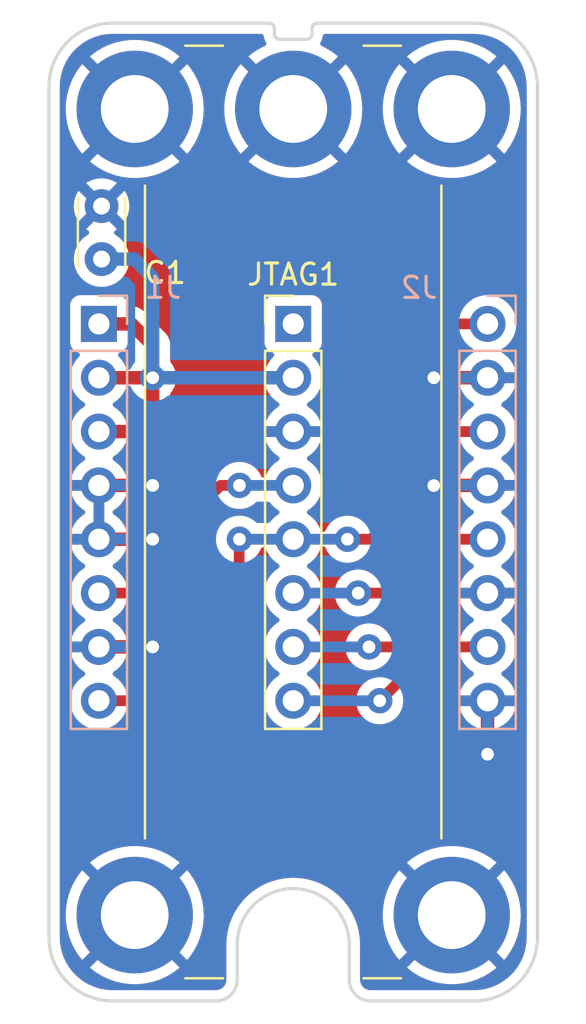
<source format=kicad_pcb>
(kicad_pcb (version 20211014) (generator pcbnew)
  (title_block (title "JTAG_ISP / HDR") (date "2022-03-18") (rev "v4.2.0"))
  (layers (0 "F.Cu" signal) (31 "B.Cu" signal) (34 "B.Paste" user) (35 "F.Paste" user) (36 "B.SilkS" user "B.Silkscreen") (37 "F.SilkS" user "F.Silkscreen") (38 "B.Mask" user) (39 "F.Mask" user) (44 "Edge.Cuts" user))
  (net 0 "")
  (net 1 "+5V")
  (net 2 "GND")
  (net 3 "Net-(J1-Pad6)")
  (net 4 "Net-(J1-Pad8)")
  (net 5 "Net-(J2-Pad3)")
  (net 6 "Net-(J2-Pad5)")
  (net 7 "Net-(J2-Pad7)")
  (footprint "THOMAS_library:Fleche_small" (layer "F.Cu") (at 160.212024 75.042573)
    (fp_text reference "REF**" hide)
    (fp_text value "Fleche_small" hide)
    (fp_line (start -1.224998 0.354995) (end 0.012998 0.943005) (layer "F.Cu") (width 0.508))
    (fp_line (start 0.012998 -0.233005) (end -1.225007 0.354995) (layer "F.Cu") (width 0.508))
    (fp_line (start -0.07 -0.12) (end -0.51 0.54) (layer "F.Cu") (width 0.508))
    (fp_line (start 0.012998 -0.233005) (end 0.012998 0.943005) (layer "F.Cu") (width 0.508))
  )
  (footprint "MountingHole:MountingHole_3.2mm_M3_ISO14580_Pad" (layer "F.Cu") (at 156.361001 65.36358)
    (fp_text reference "REF**" hide)
    (fp_text value "MountingHole_3.2mm_M3_ISO14580_Pad" hide)
    (pad "1" thru_hole circle locked (at 0 0) (size 5.499999 5.499999) (drill 3.200001) (layers *.Cu *.Mask) (net 2 "GND"))
  )
  (footprint "Capacitor_THT:C_Disc_D3.0mm_W2.0mm_P2.50mm" (layer "F.Cu") (at 147.306012 72.447568 90)
    (fp_text reference "C1" (at -0.65 3) (layer "F.SilkS"))
    (fp_text value "100nF")
    (fp_line (start -0.37 -1.12) (end 2.87 -1.12) (layer "F.SilkS") (width 0.12))
    (fp_line (start -0.37 1.12) (end 2.87 1.12) (layer "F.SilkS") (width 0.12))
    (fp_line (start -0.37 -1.12) (end -0.37 -1.055) (layer "F.SilkS") (width 0.12))
    (fp_line (start 2.87 1.055) (end 2.87 1.12) (layer "F.SilkS") (width 0.12))
    (fp_line (start 2.87 -1.12) (end 2.87 -1.055) (layer "F.SilkS") (width 0.12))
    (fp_line (start -0.37 1.055) (end -0.37 1.12) (layer "F.SilkS") (width 0.12))
    (pad "1" thru_hole circle locked (at 0 0 90) (size 1.6 1.6) (drill 0.8) (layers *.Cu *.Mask) (net 1 "+5V"))
    (pad "2" thru_hole circle locked (at 2.5 0 90) (size 1.6 1.6) (drill 0.8) (layers *.Cu *.Mask) (net 2 "GND"))
  )
  (footprint "MountingHole:MountingHole_3.2mm_M3_ISO14580_Pad" (layer "F.Cu") (at 163.85 103.4)
    (fp_text reference "REF**" hide)
    (fp_text value "MountingHole_3.2mm_M3_ISO14580_Pad" hide)
    (pad "1" thru_hole circle locked (at 0 0) (size 5.499999 5.499999) (drill 3.200001) (layers *.Cu *.Mask) (net 2 "GND"))
  )
  (footprint "MountingHole:MountingHole_3.2mm_M3_ISO14580_Pad" (layer "F.Cu") (at 148.872002 103.4)
    (fp_text reference "REF**" hide)
    (fp_text value "MountingHole_3.2mm_M3_ISO14580_Pad" hide)
    (pad "1" thru_hole circle locked (at 0 0) (size 5.499999 5.499999) (drill 3.200001) (layers *.Cu *.Mask) (net 2 "GND"))
  )
  (footprint "THOMAS_library:PicKit4-2" (layer "F.Cu") (at 156.361003 75.505767)
    (fp_text reference "JTAG1" (at 0 -2.33) (layer "F.SilkS"))
    (fp_text value "PICkit4")
    (fp_line (start -3.321065 -13.125) (end -5.095001 -13.125) (layer "F.SilkS") (width 0.12))
    (fp_line (start -1.33 -1.33) (end 0 -1.33) (layer "F.SilkS") (width 0.12))
    (fp_line (start 5.095001 30.874995) (end 3.321065 30.874995) (layer "F.SilkS") (width 0.12))
    (fp_line (start 5.095001 -13.125) (end 3.321065 -13.125) (layer "F.SilkS") (width 0.12))
    (fp_line (start -7.004065 -6.521) (end -7.004065 24.270995) (layer "F.SilkS") (width 0.12))
    (fp_line (start -1.33 19.11) (end 1.33 19.11) (layer "F.SilkS") (width 0.12))
    (fp_line (start 1.33 1.27) (end 1.33 19.11) (layer "F.SilkS") (width 0.12))
    (fp_line (start -1.33 1.27) (end -1.33 19.11) (layer "F.SilkS") (width 0.12))
    (fp_line (start -3.321065 30.874995) (end -5.095001 30.874995) (layer "F.SilkS") (width 0.12))
    (fp_line (start -1.33 0) (end -1.33 -1.33) (layer "F.SilkS") (width 0.12))
    (fp_line (start 7.000001 -6.521) (end 7.000001 24.270995) (layer "F.SilkS") (width 0.12))
    (fp_line (start -1.33 1.27) (end 1.33 1.27) (layer "F.SilkS") (width 0.12))
    (pad "1" thru_hole rect locked (at 0 0) (size 1.7 1.7) (drill 1) (layers *.Cu *.Mask))
    (pad "2" thru_hole oval locked (at 0 2.54) (size 1.7 1.7) (drill 1) (layers *.Cu *.Mask) (net 1 "+5V"))
    (pad "3" thru_hole oval locked (at 0 5.08) (size 1.7 1.7) (drill 1) (layers *.Cu *.Mask) (net 2 "GND"))
    (pad "4" thru_hole oval locked (at 0 7.62) (size 1.7 1.7) (drill 1) (layers *.Cu *.Mask) (net 3 "Net-(J1-Pad6)"))
    (pad "5" thru_hole oval locked (at 0 10.16) (size 1.7 1.7) (drill 1) (layers *.Cu *.Mask) (net 4 "Net-(J1-Pad8)"))
    (pad "6" thru_hole oval locked (at 0 12.7) (size 1.7 1.7) (drill 1) (layers *.Cu *.Mask) (net 5 "Net-(J2-Pad3)"))
    (pad "7" thru_hole oval locked (at 0 15.24) (size 1.7 1.7) (drill 1) (layers *.Cu *.Mask) (net 6 "Net-(J2-Pad5)"))
    (pad "8" thru_hole oval locked (at 0 17.78) (size 1.7 1.7) (drill 1) (layers *.Cu *.Mask) (net 7 "Net-(J2-Pad7)"))
  )
  (footprint "MountingHole:MountingHole_3.2mm_M3_ISO14580_Pad" (layer "F.Cu") (at 148.872002 65.36358)
    (fp_text reference "REF**" hide)
    (fp_text value "MountingHole_3.2mm_M3_ISO14580_Pad" hide)
    (pad "1" thru_hole circle locked (at 0 0) (size 5.499999 5.499999) (drill 3.200001) (layers *.Cu *.Mask) (net 2 "GND"))
  )
  (footprint "MountingHole:MountingHole_3.2mm_M3_ISO14580_Pad" (layer "F.Cu") (at 163.85 65.36358)
    (fp_text reference "REF**" hide)
    (fp_text value "MountingHole_3.2mm_M3_ISO14580_Pad" hide)
    (pad "1" thru_hole circle locked (at 0 0) (size 5.499999 5.499999) (drill 3.200001) (layers *.Cu *.Mask) (net 2 "GND"))
  )
  (footprint "Connector_PinHeader_2.54mm:PinHeader_1x08_P2.54mm_Vertical" (layer "B.Cu") (at 165.542001 75.50576 180)
    (fp_text reference "J2" (at 3.235989 1.708192) (layer "B.SilkS") (effects (justify mirror)))
    (fp_text value "Conn_01x08")
    (fp_line (start 1.33 -1.27) (end 1.33 -19.11) (layer "B.SilkS") (width 0.12))
    (fp_line (start -1.33 -1.27) (end 1.33 -1.27) (layer "B.SilkS") (width 0.12))
    (fp_line (start -1.33 -19.11) (end 1.33 -19.11) (layer "B.SilkS") (width 0.12))
    (fp_line (start -1.33 -1.27) (end -1.33 -19.11) (layer "B.SilkS") (width 0.12))
    (fp_line (start -1.33 1.33) (end 0 1.33) (layer "B.SilkS") (width 0.12))
    (fp_line (start -1.33 0) (end -1.33 1.33) (layer "B.SilkS") (width 0.12))
    (pad "1" thru_hole circle locked (at 0 0 180) (size 1.7 1.7) (drill 1) (layers *.Cu *.Mask) (net 4 "Net-(J1-Pad8)"))
    (pad "2" thru_hole oval locked (at 0 -2.54 180) (size 1.7 1.7) (drill 1) (layers *.Cu *.Mask) (net 2 "GND"))
    (pad "3" thru_hole oval locked (at 0 -5.08 180) (size 1.7 1.7) (drill 1) (layers *.Cu *.Mask) (net 5 "Net-(J2-Pad3)"))
    (pad "4" thru_hole oval locked (at 0 -7.62 180) (size 1.7 1.7) (drill 1) (layers *.Cu *.Mask) (net 2 "GND"))
    (pad "5" thru_hole oval locked (at 0 -10.16 180) (size 1.7 1.7) (drill 1) (layers *.Cu *.Mask) (net 6 "Net-(J2-Pad5)"))
    (pad "6" thru_hole oval locked (at 0 -12.7 180) (size 1.7 1.7) (drill 1) (layers *.Cu *.Mask) (net 2 "GND"))
    (pad "7" thru_hole oval locked (at 0 -15.24 180) (size 1.7 1.7) (drill 1) (layers *.Cu *.Mask) (net 7 "Net-(J2-Pad7)"))
    (pad "8" thru_hole oval locked (at 0 -17.78 180) (size 1.7 1.7) (drill 1) (layers *.Cu *.Mask) (net 2 "GND"))
  )
  (footprint "Connector_PinHeader_2.54mm:PinHeader_1x08_P2.54mm_Vertical" (layer "B.Cu") (at 147.180001 75.50576 180)
    (fp_text reference "J1" (at -3.026011 1.708192) (layer "B.SilkS") (effects (justify mirror)))
    (fp_text value "Conn_01x08")
    (fp_line (start -1.33 1.33) (end 0 1.33) (layer "B.SilkS") (width 0.12))
    (fp_line (start 1.33 -1.27) (end 1.33 -19.11) (layer "B.SilkS") (width 0.12))
    (fp_line (start -1.33 -1.27) (end 1.33 -1.27) (layer "B.SilkS") (width 0.12))
    (fp_line (start -1.33 -1.27) (end -1.33 -19.11) (layer "B.SilkS") (width 0.12))
    (fp_line (start -1.33 -19.11) (end 1.33 -19.11) (layer "B.SilkS") (width 0.12))
    (fp_line (start -1.33 0) (end -1.33 1.33) (layer "B.SilkS") (width 0.12))
    (pad "1" thru_hole rect locked (at 0 0 180) (size 1.7 1.7) (drill 1) (layers *.Cu *.Mask) (net 1 "+5V"))
    (pad "2" thru_hole oval locked (at 0 -2.54 180) (size 1.7 1.7) (drill 1) (layers *.Cu *.Mask) (net 1 "+5V"))
    (pad "3" thru_hole oval locked (at 0 -5.08 180) (size 1.7 1.7) (drill 1) (layers *.Cu *.Mask) (net 1 "+5V"))
    (pad "4" thru_hole oval locked (at 0 -7.62 180) (size 1.7 1.7) (drill 1) (layers *.Cu *.Mask) (net 2 "GND"))
    (pad "5" thru_hole oval locked (at 0 -10.16 180) (size 1.7 1.7) (drill 1) (layers *.Cu *.Mask) (net 2 "GND"))
    (pad "6" thru_hole oval locked (at 0 -12.7 180) (size 1.7 1.7) (drill 1) (layers *.Cu *.Mask) (net 3 "Net-(J1-Pad6)"))
    (pad "7" thru_hole oval locked (at 0 -15.24 180) (size 1.7 1.7) (drill 1) (layers *.Cu *.Mask) (net 2 "GND"))
    (pad "8" thru_hole oval locked (at 0 -17.78 180) (size 1.7 1.7) (drill 1) (layers *.Cu *.Mask) (net 4 "Net-(J1-Pad8)"))
  )
  (gr_line (start 155.221994 61.31358) (end 147.822002 61.31358) (layer "Edge.Cuts") (width 0.15))
  (gr_arc (start 157.250012 61.825591) (mid 157.176789 62.002368) (end 157.000012 62.075591) (layer "Edge.Cuts") (width 0.15))
  (gr_line (start 153.710992 104.800011) (end 153.710992 106.45) (layer "Edge.Cuts") (width 0.15))
  (gr_arc (start 167.9 104.45) (mid 167.02132 106.57132) (end 164.9 107.45) (layer "Edge.Cuts") (width 0.15))
  (gr_line (start 157.250012 61.825591) (end 157.250012 61.563591) (layer "Edge.Cuts") (width 0.15))
  (gr_line (start 164.900009 61.313591) (end 157.500012 61.313591) (layer "Edge.Cuts") (width 0.15))
  (gr_line (start 164.899997 107.45) (end 160.010981 107.45) (layer "Edge.Cuts") (width 0.15))
  (gr_arc (start 153.710992 104.800011) (mid 154.487159 102.926178) (end 156.360992 102.150011) (layer "Edge.Cuts") (width 0.15))
  (gr_line (start 167.9 104.45) (end 167.9 64.31358) (layer "Edge.Cuts") (width 0.15))
  (gr_arc (start 144.822002 64.31358) (mid 145.700682 62.19226) (end 147.822002 61.31358) (layer "Edge.Cuts") (width 0.15))
  (gr_arc (start 156.360981 102.150011) (mid 158.234814 102.926178) (end 159.010981 104.800011) (layer "Edge.Cuts") (width 0.15))
  (gr_arc (start 164.9 61.31358) (mid 167.02132 62.19226) (end 167.9 64.31358) (layer "Edge.Cuts") (width 0.15))
  (gr_line (start 159.010981 106.45) (end 159.010981 104.800011) (layer "Edge.Cuts") (width 0.15))
  (gr_line (start 152.710992 107.45) (end 147.822002 107.45) (layer "Edge.Cuts") (width 0.15))
  (gr_arc (start 155.221994 61.31358) (mid 155.398772 61.386804) (end 155.471995 61.563583) (layer "Edge.Cuts") (width 0.15))
  (gr_arc (start 160.010981 107.45) (mid 159.303874 107.157107) (end 159.010981 106.45) (layer "Edge.Cuts") (width 0.15))
  (gr_arc (start 153.710992 106.45) (mid 153.418099 107.157107) (end 152.710992 107.45) (layer "Edge.Cuts") (width 0.15))
  (gr_arc (start 155.721989 62.075591) (mid 155.545212 62.002367) (end 155.47199 61.825588) (layer "Edge.Cuts") (width 0.15))
  (gr_arc (start 157.250012 61.563591) (mid 157.323235 61.386814) (end 157.500012 61.313591) (layer "Edge.Cuts") (width 0.15))
  (gr_arc (start 147.822002 107.45) (mid 145.700682 106.57132) (end 144.822002 104.45) (layer "Edge.Cuts") (width 0.15))
  (gr_line (start 157.000012 62.075591) (end 155.721989 62.075591) (layer "Edge.Cuts") (width 0.15))
  (gr_line (start 144.822002 64.31358) (end 144.822002 104.45) (layer "Edge.Cuts") (width 0.15))
  (gr_line (start 155.471989 61.825587) (end 155.471994 61.563584) (layer "Edge.Cuts") (width 0.15))
  (gr_text "T.D.\n2022-03-18" (at 156.306012 98.197568) (layer "F.Cu") (effects (font (size 1.143 1.143) (thickness 0.1905))))
  (segment (start 147.180001 80.58576) (end 148.61782 80.58576) (width 0.635) (layer "F.Cu") (net 1))
  (segment (start 149.719995 76.511551) (end 149.719995 78.045767) (width 0.635) (layer "F.Cu") (net 1))
  (segment (start 147.180001 75.50576) (end 148.714204 75.50576) (width 0.635) (layer "F.Cu") (net 1))
  (segment (start 147.180001 78.04576) (end 149.719988 78.04576) (width 0.635) (layer "F.Cu") (net 1))
  (segment (start 149.719988 78.04576) (end 149.719995 78.045767) (width 0.635) (layer "F.Cu") (net 1))
  (segment (start 148.714204 75.50576) (end 149.719995 76.511551) (width 0.635) (layer "F.Cu") (net 1))
  (segment (start 148.61782 80.58576) (end 149.719995 79.483585) (width 0.635) (layer "F.Cu") (net 1))
  (segment (start 149.719995 79.483585) (end 149.719995 78.045767) (width 0.635) (layer "F.Cu") (net 1))
  (via (at 149.719995 78.045767) (size 1.2) (drill 0.6) (layers "F.Cu" "B.Cu") (net 1))
  (segment (start 147.306012 72.447568) (end 148.856012 72.447568) (width 0.635) (layer "B.Cu") (net 1))
  (segment (start 149.719995 73.311551) (end 149.719995 78.045767) (width 0.635) (layer "B.Cu") (net 1))
  (segment (start 156.361003 78.045767) (end 149.719995 78.045767) (width 0.635) (layer "B.Cu") (net 1))
  (segment (start 148.856012 72.447568) (end 149.719995 73.311551) (width 0.635) (layer "B.Cu") (net 1))
  (segment (start 147.180001 83.12576) (end 149.719988 83.12576) (width 0.635) (layer "F.Cu") (net 2))
  (segment (start 149.719988 90.74576) (end 149.719995 90.745767) (width 0.635) (layer "F.Cu") (net 2))
  (segment (start 163.002011 78.045767) (end 165.541994 78.045767) (width 0.635) (layer "F.Cu") (net 2))
  (segment (start 149.719988 85.66576) (end 149.719995 85.665767) (width 0.635) (layer "F.Cu") (net 2))
  (segment (start 165.542001 95.807596) (end 165.542011 95.807606) (width 0.635) (layer "F.Cu") (net 2))
  (segment (start 165.541994 78.045767) (end 165.542001 78.04576) (width 0.635) (layer "F.Cu") (net 2))
  (segment (start 149.719988 83.12576) (end 149.719995 83.125767) (width 0.635) (layer "F.Cu") (net 2))
  (segment (start 165.542001 93.28576) (end 165.542001 95.807596) (width 0.635) (layer "F.Cu") (net 2))
  (segment (start 147.180001 90.74576) (end 149.719988 90.74576) (width 0.635) (layer "F.Cu") (net 2))
  (segment (start 165.542001 83.12576) (end 163.009621 83.12576) (width 0.635) (layer "F.Cu") (net 2))
  (segment (start 163.009621 83.12576) (end 163.002011 83.13337) (width 0.635) (layer "F.Cu") (net 2))
  (segment (start 147.180001 85.66576) (end 149.719988 85.66576) (width 0.635) (layer "F.Cu") (net 2))
  (via (at 165.542011 95.807606) (size 1.2) (drill 0.6) (layers "F.Cu" "B.Cu") (net 2))
  (via (at 163.002011 83.13337) (size 1.2) (drill 0.6) (layers "F.Cu" "B.Cu") (net 2))
  (via (at 149.719995 90.745767) (size 1.2) (drill 0.6) (layers "F.Cu" "B.Cu") (net 2))
  (via (at 163.002011 78.045767) (size 1.2) (drill 0.6) (layers "F.Cu" "B.Cu") (net 2))
  (via (at 149.719995 83.125767) (size 1.2) (drill 0.6) (layers "F.Cu" "B.Cu") (net 2))
  (via (at 149.719995 85.665767) (size 1.2) (drill 0.6) (layers "F.Cu" "B.Cu") (net 2))
  (segment (start 152.206012 83.847568) (end 152.927813 83.125767) (width 0.508) (layer "F.Cu") (net 3))
  (segment (start 151.19782 88.20576) (end 152.206012 87.197568) (width 0.508) (layer "F.Cu") (net 3))
  (segment (start 152.927813 83.125767) (end 153.821003 83.125767) (width 0.508) (layer "F.Cu") (net 3))
  (segment (start 147.180001 88.20576) (end 151.19782 88.20576) (width 0.508) (layer "F.Cu") (net 3))
  (segment (start 152.206012 87.197568) (end 152.206012 83.847568) (width 0.508) (layer "F.Cu") (net 3))
  (via (at 153.821003 83.125767) (size 1.2) (drill 0.6) (layers "F.Cu" "B.Cu") (net 3))
  (segment (start 153.82101 83.12576) (end 153.821003 83.125767) (width 0.508) (layer "B.Cu") (net 3))
  (segment (start 156.361001 83.12576) (end 153.82101 83.12576) (width 0.508) (layer "B.Cu") (net 3))
  (segment (start 160.490492 85.213088) (end 160.490492 78.313088) (width 0.508) (layer "F.Cu") (net 4))
  (segment (start 163.29782 75.50576) (end 165.542001 75.50576) (width 0.508) (layer "F.Cu") (net 4))
  (segment (start 158.923761 85.665767) (end 160.037813 85.665767) (width 0.508) (layer "F.Cu") (net 4))
  (segment (start 147.180001 93.28576) (end 152.91782 93.28576) (width 0.508) (layer "F.Cu") (net 4))
  (segment (start 152.91782 93.28576) (end 153.806012 92.397568) (width 0.508) (layer "F.Cu") (net 4))
  (segment (start 160.490492 78.313088) (end 163.29782 75.50576) (width 0.508) (layer "F.Cu") (net 4))
  (segment (start 160.037813 85.665767) (end 160.490492 85.213088) (width 0.508) (layer "F.Cu") (net 4))
  (segment (start 153.806012 92.397568) (end 153.806012 85.66576) (width 0.508) (layer "F.Cu") (net 4))
  (via (at 153.821003 85.665767) (size 1.2) (drill 0.6) (layers "F.Cu" "B.Cu") (net 4))
  (via (at 158.923761 85.665767) (size 1.2) (drill 0.6) (layers "F.Cu" "B.Cu") (net 4))
  (segment (start 158.923761 85.665767) (end 158.923754 85.66576) (width 0.508) (layer "B.Cu") (net 4))
  (segment (start 153.82101 85.66576) (end 153.821003 85.665767) (width 0.508) (layer "B.Cu") (net 4))
  (segment (start 158.923754 85.66576) (end 153.82101 85.66576) (width 0.508) (layer "B.Cu") (net 4))
  (segment (start 161.490492 85.976926) (end 161.490492 87.513088) (width 0.508) (layer "F.Cu") (net 5))
  (segment (start 160.797813 88.205767) (end 159.431761 88.205767) (width 0.508) (layer "F.Cu") (net 5))
  (segment (start 161.506012 81.397568) (end 161.506012 85.961406) (width 0.508) (layer "F.Cu") (net 5))
  (segment (start 162.31782 80.58576) (end 161.506012 81.397568) (width 0.508) (layer "F.Cu") (net 5))
  (segment (start 161.490492 87.513088) (end 160.797813 88.205767) (width 0.508) (layer "F.Cu") (net 5))
  (segment (start 165.542001 80.58576) (end 162.31782 80.58576) (width 0.508) (layer "F.Cu") (net 5))
  (segment (start 161.506012 85.961406) (end 161.490492 85.976926) (width 0.508) (layer "F.Cu") (net 5))
  (via (at 159.431761 88.205767) (size 1.2) (drill 0.6) (layers "F.Cu" "B.Cu") (net 5))
  (segment (start 156.361001 88.20576) (end 159.431754 88.20576) (width 0.508) (layer "B.Cu") (net 5))
  (segment (start 159.431754 88.20576) (end 159.431761 88.205767) (width 0.508) (layer "B.Cu") (net 5))
  (segment (start 162.506012 86.397568) (end 163.23782 85.66576) (width 0.508) (layer "F.Cu") (net 6))
  (segment (start 160.447762 90.74576) (end 161.55782 90.74576) (width 0.508) (layer "F.Cu") (net 6))
  (segment (start 161.55782 90.74576) (end 162.506012 89.797568) (width 0.508) (layer "F.Cu") (net 6))
  (segment (start 162.506012 89.797568) (end 162.506012 86.397568) (width 0.508) (layer "F.Cu") (net 6))
  (segment (start 163.23782 85.66576) (end 165.542001 85.66576) (width 0.508) (layer "F.Cu") (net 6))
  (via (at 159.939761 90.745767) (size 1.2) (drill 0.6) (layers "F.Cu" "B.Cu") (net 6))
  (segment (start 159.939754 90.74576) (end 159.939761 90.745767) (width 0.508) (layer "B.Cu") (net 6))
  (segment (start 156.361001 90.74576) (end 159.939754 90.74576) (width 0.508) (layer "B.Cu") (net 6))
  (segment (start 160.453982 93.28576) (end 162.993982 90.74576) (width 0.508) (layer "F.Cu") (net 7))
  (segment (start 160.447762 93.28576) (end 160.453982 93.28576) (width 0.508) (layer "F.Cu") (net 7))
  (segment (start 162.993982 90.74576) (end 165.542001 90.74576) (width 0.508) (layer "F.Cu") (net 7))
  (via (at 160.447762 93.28576) (size 1.2) (drill 0.6) (layers "F.Cu" "B.Cu") (net 7))
  (segment (start 156.361001 93.28576) (end 160.447762 93.28576) (width 0.508) (layer "B.Cu") (net 7))
  (zone (net 2) (net_name "GND") (layers F&B.Cu) (connect_pads (clearance 0.508)) (min_thickness 0.254) (fill yes (thermal_gap 0.508) (thermal_bridge_width 0.508))
    (polygon (pts (xy 168.915994 108.466001) (xy 143.806012 108.466001) (xy 143.806012 60.297568) (xy 168.915994 60.297568)))
  )
)
</source>
